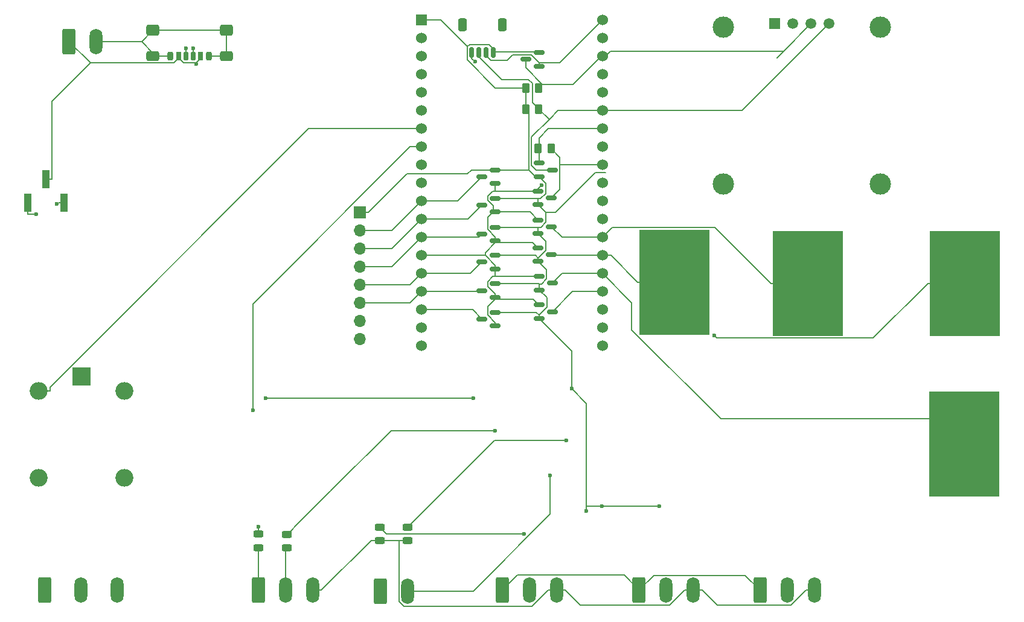
<source format=gbr>
%TF.GenerationSoftware,KiCad,Pcbnew,8.0.3*%
%TF.CreationDate,2024-07-13T16:10:19+00:00*%
%TF.ProjectId,jacuzzi,6a616375-7a7a-4692-9e6b-696361645f70,rev?*%
%TF.SameCoordinates,Original*%
%TF.FileFunction,Copper,L1,Top*%
%TF.FilePolarity,Positive*%
%FSLAX46Y46*%
G04 Gerber Fmt 4.6, Leading zero omitted, Abs format (unit mm)*
G04 Created by KiCad (PCBNEW 8.0.3) date 2024-07-13 16:10:19*
%MOMM*%
%LPD*%
G01*
G04 APERTURE LIST*
G04 Aperture macros list*
%AMRoundRect*
0 Rectangle with rounded corners*
0 $1 Rounding radius*
0 $2 $3 $4 $5 $6 $7 $8 $9 X,Y pos of 4 corners*
0 Add a 4 corners polygon primitive as box body*
4,1,4,$2,$3,$4,$5,$6,$7,$8,$9,$2,$3,0*
0 Add four circle primitives for the rounded corners*
1,1,$1+$1,$2,$3*
1,1,$1+$1,$4,$5*
1,1,$1+$1,$6,$7*
1,1,$1+$1,$8,$9*
0 Add four rect primitives between the rounded corners*
20,1,$1+$1,$2,$3,$4,$5,0*
20,1,$1+$1,$4,$5,$6,$7,0*
20,1,$1+$1,$6,$7,$8,$9,0*
20,1,$1+$1,$8,$9,$2,$3,0*%
G04 Aperture macros list end*
%TA.AperFunction,SMDPad,CuDef*%
%ADD10RoundRect,0.150000X0.587500X0.150000X-0.587500X0.150000X-0.587500X-0.150000X0.587500X-0.150000X0*%
%TD*%
%TA.AperFunction,ComponentPad*%
%ADD11R,2.500000X2.500000*%
%TD*%
%TA.AperFunction,ComponentPad*%
%ADD12O,2.500000X2.500000*%
%TD*%
%TA.AperFunction,SMDPad,CuDef*%
%ADD13RoundRect,0.150000X-0.587500X-0.150000X0.587500X-0.150000X0.587500X0.150000X-0.587500X0.150000X0*%
%TD*%
%TA.AperFunction,SMDPad,CuDef*%
%ADD14R,9.800000X14.700000*%
%TD*%
%TA.AperFunction,SMDPad,CuDef*%
%ADD15R,1.000000X2.510000*%
%TD*%
%TA.AperFunction,ComponentPad*%
%ADD16RoundRect,0.250000X-0.650000X-1.550000X0.650000X-1.550000X0.650000X1.550000X-0.650000X1.550000X0*%
%TD*%
%TA.AperFunction,ComponentPad*%
%ADD17O,1.800000X3.600000*%
%TD*%
%TA.AperFunction,SMDPad,CuDef*%
%ADD18RoundRect,0.150000X0.150000X0.625000X-0.150000X0.625000X-0.150000X-0.625000X0.150000X-0.625000X0*%
%TD*%
%TA.AperFunction,SMDPad,CuDef*%
%ADD19RoundRect,0.250000X0.350000X0.650000X-0.350000X0.650000X-0.350000X-0.650000X0.350000X-0.650000X0*%
%TD*%
%TA.AperFunction,ComponentPad*%
%ADD20R,1.530000X1.530000*%
%TD*%
%TA.AperFunction,ComponentPad*%
%ADD21C,1.530000*%
%TD*%
%TA.AperFunction,SMDPad,CuDef*%
%ADD22RoundRect,0.250000X-0.262500X-0.450000X0.262500X-0.450000X0.262500X0.450000X-0.262500X0.450000X0*%
%TD*%
%TA.AperFunction,SMDPad,CuDef*%
%ADD23RoundRect,0.243750X0.456250X-0.243750X0.456250X0.243750X-0.456250X0.243750X-0.456250X-0.243750X0*%
%TD*%
%TA.AperFunction,SMDPad,CuDef*%
%ADD24RoundRect,0.243750X-0.456250X0.243750X-0.456250X-0.243750X0.456250X-0.243750X0.456250X0.243750X0*%
%TD*%
%TA.AperFunction,ComponentPad*%
%ADD25R,1.508000X1.508000*%
%TD*%
%TA.AperFunction,ComponentPad*%
%ADD26C,1.508000*%
%TD*%
%TA.AperFunction,ComponentPad*%
%ADD27C,3.000000*%
%TD*%
%TA.AperFunction,ComponentPad*%
%ADD28R,1.700000X1.700000*%
%TD*%
%TA.AperFunction,ComponentPad*%
%ADD29O,1.700000X1.700000*%
%TD*%
%TA.AperFunction,SMDPad,CuDef*%
%ADD30RoundRect,0.250000X0.262500X0.450000X-0.262500X0.450000X-0.262500X-0.450000X0.262500X-0.450000X0*%
%TD*%
%TA.AperFunction,SMDPad,CuDef*%
%ADD31RoundRect,0.175000X0.175000X0.425000X-0.175000X0.425000X-0.175000X-0.425000X0.175000X-0.425000X0*%
%TD*%
%TA.AperFunction,SMDPad,CuDef*%
%ADD32RoundRect,0.190000X-0.190000X-0.410000X0.190000X-0.410000X0.190000X0.410000X-0.190000X0.410000X0*%
%TD*%
%TA.AperFunction,SMDPad,CuDef*%
%ADD33RoundRect,0.200000X-0.200000X-0.400000X0.200000X-0.400000X0.200000X0.400000X-0.200000X0.400000X0*%
%TD*%
%TA.AperFunction,SMDPad,CuDef*%
%ADD34RoundRect,0.175000X-0.175000X-0.425000X0.175000X-0.425000X0.175000X0.425000X-0.175000X0.425000X0*%
%TD*%
%TA.AperFunction,SMDPad,CuDef*%
%ADD35RoundRect,0.190000X0.190000X0.410000X-0.190000X0.410000X-0.190000X-0.410000X0.190000X-0.410000X0*%
%TD*%
%TA.AperFunction,SMDPad,CuDef*%
%ADD36RoundRect,0.200000X0.200000X0.400000X-0.200000X0.400000X-0.200000X-0.400000X0.200000X-0.400000X0*%
%TD*%
%TA.AperFunction,SMDPad,CuDef*%
%ADD37RoundRect,0.250000X0.650000X0.425000X-0.650000X0.425000X-0.650000X-0.425000X0.650000X-0.425000X0*%
%TD*%
%TA.AperFunction,SMDPad,CuDef*%
%ADD38RoundRect,0.250000X0.650000X0.500000X-0.650000X0.500000X-0.650000X-0.500000X0.650000X-0.500000X0*%
%TD*%
%TA.AperFunction,ViaPad*%
%ADD39C,0.600000*%
%TD*%
%TA.AperFunction,Conductor*%
%ADD40C,0.200000*%
%TD*%
G04 APERTURE END LIST*
D10*
%TO.P,D9,1,A*%
%TO.N,GND*%
X146937500Y-55950000D03*
%TO.P,D9,2,K*%
%TO.N,+3.3V*%
X146937500Y-54050000D03*
%TO.P,D9,3,COM*%
%TO.N,/GPIO_I2C_SCL*%
X145062500Y-55000000D03*
%TD*%
D11*
%TO.P,K1,1*%
%TO.N,/TubValve_V*%
X82810000Y-99500000D03*
D12*
%TO.P,K1,2*%
%TO.N,/GPIO_TubValve*%
X76810000Y-101500000D03*
%TO.P,K1,3*%
%TO.N,/TubValve_NO*%
X76810000Y-113700000D03*
%TO.P,K1,4*%
%TO.N,/TubValve_NC*%
X88810000Y-113700000D03*
%TO.P,K1,5*%
%TO.N,GND*%
X88810000Y-101500000D03*
%TD*%
D10*
%TO.P,D19,1,A*%
%TO.N,GND*%
X140810000Y-92400000D03*
%TO.P,D19,2,K*%
%TO.N,+3.3V*%
X140810000Y-90500000D03*
%TO.P,D19,3,COM*%
%TO.N,/GPIO10*%
X138935000Y-91450000D03*
%TD*%
D13*
%TO.P,D8,1,A*%
%TO.N,GND*%
X146935000Y-69550000D03*
%TO.P,D8,2,K*%
%TO.N,+3.3V*%
X146935000Y-71450000D03*
%TO.P,D8,3,COM*%
%TO.N,/GPIO_I2C_SDA*%
X148810000Y-70500000D03*
%TD*%
D14*
%TO.P,J14,1,Pin_1*%
%TO.N,/GPIO_ADC5*%
X184660000Y-86450000D03*
%TD*%
D15*
%TO.P,J11,1,Pin_1*%
%TO.N,Net-(J11-Pin_1)*%
X75270000Y-75155000D03*
%TO.P,J11,2,Pin_2*%
%TO.N,VS*%
X77810000Y-71845000D03*
%TO.P,J11,3,Pin_3*%
%TO.N,+5V*%
X80350000Y-75155000D03*
%TD*%
D16*
%TO.P,J3,1,Pin_1*%
%TO.N,/TubValve_NO*%
X77650000Y-129500000D03*
D17*
%TO.P,J3,2,Pin_2*%
%TO.N,/TubValve_V*%
X82730000Y-129500000D03*
%TO.P,J3,3,Pin_3*%
%TO.N,/TubValve_NC*%
X87810000Y-129500000D03*
%TD*%
D18*
%TO.P,J4,1,Pin_1*%
%TO.N,+3.3V*%
X140500000Y-54000000D03*
%TO.P,J4,2,Pin_2*%
%TO.N,GND*%
X139500000Y-54000000D03*
%TO.P,J4,3,Pin_3*%
%TO.N,/GPIO_I2C_SDA*%
X138500000Y-54000000D03*
%TO.P,J4,4,Pin_4*%
%TO.N,/GPIO_I2C_SCL*%
X137500000Y-54000000D03*
D19*
%TO.P,J4,MP*%
%TO.N,N/C*%
X141800000Y-50125000D03*
X136200000Y-50125000D03*
%TD*%
D13*
%TO.P,D22,1,A*%
%TO.N,GND*%
X146810000Y-77550000D03*
%TO.P,D22,2,K*%
%TO.N,+3.3V*%
X146810000Y-79450000D03*
%TO.P,D22,3,COM*%
%TO.N,/GPIO_ADC5*%
X148685000Y-78500000D03*
%TD*%
D20*
%TO.P,U3,1,3V3*%
%TO.N,+3.3V*%
X130410000Y-49500000D03*
D21*
%TO.P,U3,2,EN*%
%TO.N,unconnected-(U3-EN-Pad2)*%
X130410000Y-52040000D03*
%TO.P,U3,3,SENSOR_VP*%
%TO.N,unconnected-(U3-SENSOR_VP-Pad3)*%
X130410000Y-54580000D03*
%TO.P,U3,4,SENSOR_VN*%
%TO.N,unconnected-(U3-SENSOR_VN-Pad4)*%
X130410000Y-57120000D03*
%TO.P,U3,5,IO34*%
%TO.N,/GPIO_BallValveOpen_Feedback*%
X130410000Y-59660000D03*
%TO.P,U3,6,IO35*%
%TO.N,/GPIO_BallValveClose_Feedback*%
X130410000Y-62200000D03*
%TO.P,U3,7,IO32*%
%TO.N,/GPIO_TubValve*%
X130410000Y-64740000D03*
%TO.P,U3,8,IO33*%
%TO.N,/GPIO_BallValveOpen*%
X130410000Y-67280000D03*
%TO.P,U3,9,IO25*%
%TO.N,/GPIO_BallValveClose*%
X130410000Y-69820000D03*
%TO.P,U3,10,IO26*%
%TO.N,unconnected-(U3-IO26-Pad10)*%
X130410000Y-72360000D03*
%TO.P,U3,11,IO27*%
%TO.N,/GPIO_ADC1*%
X130410000Y-74900000D03*
%TO.P,U3,12,IO14*%
%TO.N,/GPIO_ADC2*%
X130410000Y-77440000D03*
%TO.P,U3,13,IO12*%
%TO.N,/GPIO_ADC3*%
X130410000Y-79980000D03*
%TO.P,U3,14,GND1*%
%TO.N,GND*%
X130410000Y-82520000D03*
%TO.P,U3,15,IO13*%
%TO.N,/GPIO_ADC4*%
X130410000Y-85060000D03*
%TO.P,U3,16,SD2*%
%TO.N,/GPIO9*%
X130410000Y-87600000D03*
%TO.P,U3,17,SD3*%
%TO.N,/GPIO10*%
X130410000Y-90140000D03*
%TO.P,U3,18,CMD*%
%TO.N,unconnected-(U3-CMD-Pad18)*%
X130410000Y-92680000D03*
%TO.P,U3,19,EXT_5V*%
%TO.N,unconnected-(U3-EXT_5V-Pad19)*%
X130410000Y-95220000D03*
%TO.P,U3,20,CLK*%
%TO.N,unconnected-(U3-CLK-Pad20)*%
X155810000Y-95220000D03*
%TO.P,U3,21,SD0*%
%TO.N,unconnected-(U3-SD0-Pad21)*%
X155810000Y-92680000D03*
%TO.P,U3,22,SD1*%
%TO.N,unconnected-(U3-SD1-Pad22)*%
X155810000Y-90140000D03*
%TO.P,U3,23,IO15*%
%TO.N,/GPIO_ADC8*%
X155810000Y-87600000D03*
%TO.P,U3,24,IO2*%
%TO.N,/GPIO_ADC7*%
X155810000Y-85060000D03*
%TO.P,U3,25,IO0*%
%TO.N,/GPIO_ADC6*%
X155810000Y-82520000D03*
%TO.P,U3,26,IO4*%
%TO.N,/GPIO_ADC5*%
X155810000Y-79980000D03*
%TO.P,U3,27,IO16*%
%TO.N,/GPIO_Dallas2*%
X155810000Y-77440000D03*
%TO.P,U3,28,IO17*%
%TO.N,/GPIO_Dallas1*%
X155810000Y-74900000D03*
%TO.P,U3,29,IO5*%
%TO.N,unconnected-(U3-IO5-Pad29)*%
X155810000Y-72360000D03*
%TO.P,U3,30,IO18*%
%TO.N,/GPIO_Servo*%
X155810000Y-69820000D03*
%TO.P,U3,31,IO19*%
%TO.N,unconnected-(U3-IO19-Pad31)*%
X155810000Y-67280000D03*
%TO.P,U3,32,GND2*%
%TO.N,GND*%
X155810000Y-64740000D03*
%TO.P,U3,33,IO21*%
%TO.N,/GPIO_I2C_SDA*%
X155810000Y-62200000D03*
%TO.P,U3,34,RXD0*%
%TO.N,unconnected-(U3-RXD0-Pad34)*%
X155810000Y-59660000D03*
%TO.P,U3,35,TXD0*%
%TO.N,unconnected-(U3-TXD0-Pad35)*%
X155810000Y-57120000D03*
%TO.P,U3,36,IO22*%
%TO.N,/GPIO_I2C_SCL*%
X155810000Y-54580000D03*
%TO.P,U3,37,IO23*%
%TO.N,unconnected-(U3-IO23-Pad37)*%
X155810000Y-52040000D03*
%TO.P,U3,38,GND3*%
%TO.N,GND*%
X155810000Y-49500000D03*
%TD*%
D22*
%TO.P,R9,1*%
%TO.N,+3.3V*%
X145087500Y-62000000D03*
%TO.P,R9,2*%
%TO.N,/GPIO_I2C_SDA*%
X146912500Y-62000000D03*
%TD*%
D10*
%TO.P,D18,1,A*%
%TO.N,GND*%
X140810000Y-88400000D03*
%TO.P,D18,2,K*%
%TO.N,+3.3V*%
X140810000Y-86500000D03*
%TO.P,D18,3,COM*%
%TO.N,/GPIO9*%
X138935000Y-87450000D03*
%TD*%
D14*
%TO.P,J15,1,Pin_1*%
%TO.N,/GPIO_ADC7*%
X206560000Y-108950000D03*
%TD*%
D23*
%TO.P,D13,1,K*%
%TO.N,GND*%
X128535000Y-122500000D03*
%TO.P,D13,2,A*%
%TO.N,Net-(D12-COM)*%
X128535000Y-120625000D03*
%TD*%
D22*
%TO.P,R10,1*%
%TO.N,+3.3V*%
X145087500Y-59000000D03*
%TO.P,R10,2*%
%TO.N,/GPIO_I2C_SCL*%
X146912500Y-59000000D03*
%TD*%
D23*
%TO.P,D11,1,K*%
%TO.N,GND*%
X124585000Y-122500000D03*
%TO.P,D11,2,A*%
%TO.N,Net-(D10-COM)*%
X124585000Y-120625000D03*
%TD*%
D16*
%TO.P,J1,1,Pin_1*%
%TO.N,/BallValveOpen*%
X107585000Y-129500000D03*
D17*
%TO.P,J1,2,Pin_2*%
%TO.N,/BallValveClose*%
X111395000Y-129500000D03*
%TO.P,J1,3,Pin_3*%
%TO.N,GND*%
X115205000Y-129500000D03*
%TD*%
D16*
%TO.P,J5,1,Pin_1*%
%TO.N,+5V*%
X160965000Y-129500000D03*
D17*
%TO.P,J5,2,Pin_2*%
%TO.N,/GPIO_Dallas1*%
X164775000Y-129500000D03*
%TO.P,J5,3,Pin_3*%
%TO.N,GND*%
X168585000Y-129500000D03*
%TD*%
D14*
%TO.P,J16,1,Pin_1*%
%TO.N,/GPIO_ADC8*%
X206660000Y-86450000D03*
%TD*%
D24*
%TO.P,D2,1,K*%
%TO.N,Net-(D2-K)*%
X107585000Y-121625000D03*
%TO.P,D2,2,A*%
%TO.N,/BallValveOpen*%
X107585000Y-123500000D03*
%TD*%
D16*
%TO.P,J7,1,Pin_1*%
%TO.N,/BallValveOpen_Feedback*%
X124725000Y-129625000D03*
D17*
%TO.P,J7,2,Pin_2*%
%TO.N,/BallValveClose_Feedback*%
X128535000Y-129625000D03*
%TD*%
D10*
%TO.P,D15,1,A*%
%TO.N,GND*%
X140810000Y-80450000D03*
%TO.P,D15,2,K*%
%TO.N,+3.3V*%
X140810000Y-78550000D03*
%TO.P,D15,3,COM*%
%TO.N,/GPIO_ADC3*%
X138935000Y-79500000D03*
%TD*%
%TO.P,D17,1,A*%
%TO.N,GND*%
X140810000Y-84400000D03*
%TO.P,D17,2,K*%
%TO.N,+3.3V*%
X140810000Y-82500000D03*
%TO.P,D17,3,COM*%
%TO.N,/GPIO_ADC4*%
X138935000Y-83450000D03*
%TD*%
D14*
%TO.P,J13,1,Pin_1*%
%TO.N,/GPIO_ADC6*%
X165960000Y-86280000D03*
%TD*%
D13*
%TO.P,D24,1,A*%
%TO.N,GND*%
X146810000Y-73500000D03*
%TO.P,D24,2,K*%
%TO.N,+3.3V*%
X146810000Y-75400000D03*
%TO.P,D24,3,COM*%
%TO.N,/GPIO_Servo*%
X148685000Y-74450000D03*
%TD*%
%TO.P,D25,1,A*%
%TO.N,GND*%
X146810000Y-81450000D03*
%TO.P,D25,2,K*%
%TO.N,+3.3V*%
X146810000Y-83350000D03*
%TO.P,D25,3,COM*%
%TO.N,/GPIO_ADC6*%
X148685000Y-82400000D03*
%TD*%
D25*
%TO.P,U4,1,GND*%
%TO.N,GND*%
X180000000Y-50000000D03*
D26*
%TO.P,U4,2,VCC_IN*%
%TO.N,+5V*%
X182540000Y-50000000D03*
%TO.P,U4,3,SCL*%
%TO.N,/GPIO_I2C_SCL*%
X185080000Y-50000000D03*
%TO.P,U4,4,SDA*%
%TO.N,/GPIO_I2C_SDA*%
X187620000Y-50000000D03*
D27*
%TO.P,U4,S1*%
%TO.N,N/C*%
X172810000Y-50500000D03*
%TO.P,U4,S2*%
X194810000Y-50500000D03*
%TO.P,U4,S3*%
X194810000Y-72500000D03*
%TO.P,U4,S4*%
X172810000Y-72500000D03*
%TD*%
D10*
%TO.P,D16,1,A*%
%TO.N,GND*%
X140810000Y-76400000D03*
%TO.P,D16,2,K*%
%TO.N,+3.3V*%
X140810000Y-74500000D03*
%TO.P,D16,3,COM*%
%TO.N,/GPIO_ADC2*%
X138935000Y-75450000D03*
%TD*%
D28*
%TO.P,J8,1,Pin_1*%
%TO.N,+3.3V*%
X121810000Y-76500000D03*
D29*
%TO.P,J8,2,Pin_2*%
%TO.N,/GPIO_ADC1*%
X121810000Y-79040000D03*
%TO.P,J8,3,Pin_3*%
%TO.N,/GPIO_ADC2*%
X121810000Y-81580000D03*
%TO.P,J8,4,Pin_4*%
%TO.N,/GPIO_ADC3*%
X121810000Y-84120000D03*
%TO.P,J8,5,Pin_5*%
%TO.N,/GPIO_ADC4*%
X121810000Y-86660000D03*
%TO.P,J8,6,Pin_6*%
%TO.N,/GPIO9*%
X121810000Y-89200000D03*
%TO.P,J8,7,Pin_7*%
%TO.N,/GPIO10*%
X121810000Y-91740000D03*
%TO.P,J8,8,Pin_8*%
%TO.N,GND*%
X121810000Y-94280000D03*
%TD*%
D16*
%TO.P,J6,1,Pin_1*%
%TO.N,+5V*%
X177965000Y-129500000D03*
D17*
%TO.P,J6,2,Pin_2*%
%TO.N,/GPIO_Dallas2*%
X181775000Y-129500000D03*
%TO.P,J6,3,Pin_3*%
%TO.N,GND*%
X185585000Y-129500000D03*
%TD*%
D30*
%TO.P,R27,1*%
%TO.N,/GPIO_Servo*%
X148635000Y-67500000D03*
%TO.P,R27,2*%
%TO.N,GND*%
X146810000Y-67500000D03*
%TD*%
D31*
%TO.P,J9,A5,CC1*%
%TO.N,Net-(J9-CC1)*%
X98435000Y-54555000D03*
D32*
%TO.P,J9,A9,VBUS*%
%TO.N,VS*%
X96415000Y-54555000D03*
D33*
%TO.P,J9,A12,GND*%
%TO.N,GND*%
X95185000Y-54555000D03*
D34*
%TO.P,J9,B5,CC2*%
%TO.N,Net-(J9-CC2)*%
X97435000Y-54555000D03*
D35*
%TO.P,J9,B9,VBUS*%
%TO.N,VS*%
X99455000Y-54555000D03*
D36*
%TO.P,J9,B12,GND*%
%TO.N,GND*%
X100685000Y-54555000D03*
D37*
%TO.P,J9,S1,SHIELD*%
X103060000Y-54500000D03*
D38*
X103060000Y-50920000D03*
D37*
X92810000Y-54500000D03*
D38*
X92810000Y-50920000D03*
%TD*%
D16*
%TO.P,J10,1,Pin_1*%
%TO.N,VS*%
X81000000Y-52500000D03*
D17*
%TO.P,J10,2,Pin_2*%
%TO.N,GND*%
X84810000Y-52500000D03*
%TD*%
D13*
%TO.P,D23,1,A*%
%TO.N,GND*%
X146935000Y-85450000D03*
%TO.P,D23,2,K*%
%TO.N,+3.3V*%
X146935000Y-87350000D03*
%TO.P,D23,3,COM*%
%TO.N,/GPIO_ADC7*%
X148810000Y-86400000D03*
%TD*%
D10*
%TO.P,D14,1,A*%
%TO.N,GND*%
X140810000Y-72400000D03*
%TO.P,D14,2,K*%
%TO.N,+3.3V*%
X140810000Y-70500000D03*
%TO.P,D14,3,COM*%
%TO.N,/GPIO_ADC1*%
X138935000Y-71450000D03*
%TD*%
D13*
%TO.P,D26,1,A*%
%TO.N,GND*%
X146935000Y-89450000D03*
%TO.P,D26,2,K*%
%TO.N,+3.3V*%
X146935000Y-91350000D03*
%TO.P,D26,3,COM*%
%TO.N,/GPIO_ADC8*%
X148810000Y-90400000D03*
%TD*%
D24*
%TO.P,D4,1,K*%
%TO.N,Net-(D4-K)*%
X111585000Y-121687500D03*
%TO.P,D4,2,A*%
%TO.N,/BallValveClose*%
X111585000Y-123562500D03*
%TD*%
D16*
%TO.P,J2,1,Pin_1*%
%TO.N,+5V*%
X141775000Y-129500000D03*
D17*
%TO.P,J2,2,Pin_2*%
%TO.N,/GPIO_Servo*%
X145585000Y-129500000D03*
%TO.P,J2,3,Pin_3*%
%TO.N,GND*%
X149395000Y-129500000D03*
%TD*%
D39*
%TO.N,VS*%
X98894500Y-55669500D03*
%TO.N,GND*%
X147282000Y-72692700D03*
%TO.N,Net-(J11-Pin_1)*%
X76451700Y-76711700D03*
%TO.N,+5V*%
X79329000Y-75290200D03*
X108576000Y-102532000D03*
X137732000Y-102532000D03*
%TO.N,Net-(D2-K)*%
X107585000Y-120621000D03*
%TO.N,Net-(D4-K)*%
X140793000Y-107077000D03*
%TO.N,+3.3V*%
X153586000Y-118364000D03*
X163813000Y-117670000D03*
X155739000Y-117673000D03*
X151500000Y-101223000D03*
%TO.N,/GPIO_I2C_SCL*%
X137945300Y-55292300D03*
%TO.N,Net-(D10-COM)*%
X144875000Y-121562000D03*
%TO.N,Net-(D12-COM)*%
X150808000Y-108466000D03*
%TO.N,/BallValveClose_Feedback*%
X148501000Y-113355000D03*
%TO.N,Net-(J9-CC2)*%
X97435000Y-53423700D03*
%TO.N,Net-(J9-CC1)*%
X98462500Y-53450000D03*
%TO.N,/GPIO_BallValveOpen*%
X106784000Y-104196000D03*
%TO.N,/GPIO_ADC8*%
X171541000Y-93765800D03*
%TD*%
D40*
%TO.N,VS*%
X98894500Y-55476200D02*
X98894500Y-55669500D01*
X95723000Y-55510900D02*
X84010900Y-55510900D01*
X96415000Y-54818900D02*
X95723000Y-55510900D01*
X84010900Y-55510900D02*
X81000000Y-52500000D01*
X78611700Y-71845000D02*
X78611700Y-60910100D01*
X99455000Y-54915700D02*
X98894500Y-55476200D01*
X99455000Y-54555000D02*
X99455000Y-54915700D01*
X77810000Y-71845000D02*
X78611700Y-71845000D01*
X98894500Y-55476200D02*
X97072300Y-55476200D01*
X96415000Y-54818900D02*
X96415000Y-54555000D01*
X97072300Y-55476200D02*
X96415000Y-54818900D01*
X78611700Y-60910100D02*
X84010900Y-55510900D01*
%TO.N,GND*%
X140810000Y-72400000D02*
X140810000Y-73500000D01*
X146810000Y-73164200D02*
X147282000Y-72692700D01*
X146050000Y-80689500D02*
X146810000Y-81450000D01*
X140810000Y-85450000D02*
X140466000Y-85450000D01*
X168585000Y-129500000D02*
X167383000Y-129500000D01*
X139725000Y-77156100D02*
X140481000Y-76400000D01*
X146137000Y-88652000D02*
X146935000Y-89450000D01*
X140810000Y-80689500D02*
X146050000Y-80689500D01*
X139500000Y-54276600D02*
X139500000Y-54000000D01*
X140481000Y-75558500D02*
X140481000Y-76400000D01*
X127312000Y-131095000D02*
X127995000Y-131777000D01*
X139382000Y-82519200D02*
X140810000Y-83946900D01*
X148193000Y-129500000D02*
X149395000Y-129500000D01*
X139500000Y-54276600D02*
X139500000Y-54414700D01*
X100740000Y-54500000D02*
X100685000Y-54555000D01*
X140810000Y-83946900D02*
X140810000Y-84400000D01*
X146810000Y-73500000D02*
X140810000Y-73500000D01*
X115205000Y-129500000D02*
X116407000Y-129500000D01*
X140810000Y-91937500D02*
X139760000Y-90888000D01*
X167383000Y-129500000D02*
X165260000Y-131623000D01*
X124585000Y-122500000D02*
X127312000Y-122500000D01*
X171910000Y-131623000D02*
X169787000Y-129500000D01*
X140481000Y-76400000D02*
X140810000Y-76400000D01*
X103060000Y-54500000D02*
X100740000Y-54500000D01*
X148260000Y-64740000D02*
X146935000Y-66065000D01*
X140810000Y-88400000D02*
X140810000Y-88652000D01*
X127995000Y-131777000D02*
X145916000Y-131777000D01*
X145660000Y-76400000D02*
X146810000Y-77550000D01*
X139725000Y-78852400D02*
X139725000Y-77156100D01*
X91230000Y-52500000D02*
X92810000Y-50920000D01*
X146935000Y-67500000D02*
X146810000Y-67500000D01*
X139752000Y-86163900D02*
X139752000Y-86854700D01*
X146935000Y-67500000D02*
X146935000Y-69550000D01*
X140810000Y-79937400D02*
X139725000Y-78852400D01*
X140404000Y-73500000D02*
X139725000Y-74178500D01*
X145837900Y-54387900D02*
X146937500Y-55487500D01*
X155810000Y-49500000D02*
X149822500Y-55487500D01*
X123407000Y-122500000D02*
X124585000Y-122500000D01*
X84810000Y-52500000D02*
X91230000Y-52500000D01*
X146810000Y-73500000D02*
X146810000Y-73164200D01*
X91230000Y-52500000D02*
X92810000Y-54080000D01*
X95130000Y-54500000D02*
X95185000Y-54555000D01*
X140810000Y-80450000D02*
X140810000Y-79937400D01*
X139760000Y-90888000D02*
X139760000Y-89701500D01*
X139760000Y-89701500D02*
X140810000Y-88652000D01*
X116407000Y-129500000D02*
X123407000Y-122500000D01*
X140810000Y-87912500D02*
X140810000Y-88400000D01*
X92810000Y-54080000D02*
X92810000Y-54500000D01*
X139382000Y-82519200D02*
X139382000Y-82117200D01*
X139500000Y-54423800D02*
X139500000Y-54276600D01*
X142489500Y-55113500D02*
X143215100Y-54387900D01*
X182260000Y-131623000D02*
X171910000Y-131623000D01*
X140810000Y-85450000D02*
X140810000Y-84400000D01*
X140466000Y-85450000D02*
X139752000Y-86163900D01*
X149822500Y-55487500D02*
X146937500Y-55487500D01*
X185585000Y-129500000D02*
X184383000Y-129500000D01*
X140810000Y-73500000D02*
X140404000Y-73500000D01*
X139725000Y-74802400D02*
X140481000Y-75558500D01*
X139382000Y-82520000D02*
X139382000Y-82519200D01*
X146937500Y-55487500D02*
X146937500Y-55950000D01*
X184383000Y-129500000D02*
X182260000Y-131623000D01*
X155810000Y-64740000D02*
X148260000Y-64740000D01*
X165260000Y-131623000D02*
X152720000Y-131623000D01*
X127312000Y-122500000D02*
X127312000Y-131095000D01*
X139752000Y-86854700D02*
X140810000Y-87912500D01*
X143215100Y-54387900D02*
X145837900Y-54387900D01*
X140810000Y-76400000D02*
X145660000Y-76400000D01*
X139725000Y-74178500D02*
X139725000Y-74802400D01*
X146935000Y-66065000D02*
X146935000Y-67500000D01*
X152720000Y-131623000D02*
X150597000Y-129500000D01*
X130410000Y-82520000D02*
X139382000Y-82520000D01*
X139500000Y-54414700D02*
X140198800Y-55113500D01*
X146935000Y-85450000D02*
X140810000Y-85450000D01*
X92810000Y-50920000D02*
X103060000Y-50920000D01*
X103060000Y-50920000D02*
X103060000Y-54500000D01*
X140810000Y-88652000D02*
X146137000Y-88652000D01*
X145916000Y-131777000D02*
X148193000Y-129500000D01*
X140810000Y-80689500D02*
X140810000Y-80450000D01*
X140810000Y-92400000D02*
X140810000Y-91937500D01*
X139382000Y-82117200D02*
X140810000Y-80689500D01*
X127312000Y-122500000D02*
X128535000Y-122500000D01*
X92810000Y-54500000D02*
X95130000Y-54500000D01*
X150597000Y-129500000D02*
X149395000Y-129500000D01*
X140198800Y-55113500D02*
X142489500Y-55113500D01*
X169787000Y-129500000D02*
X168585000Y-129500000D01*
%TO.N,Net-(J11-Pin_1)*%
X75270000Y-76711700D02*
X76451700Y-76711700D01*
X75270000Y-75155000D02*
X75270000Y-76711700D01*
%TO.N,+5V*%
X175863000Y-127398000D02*
X163067000Y-127398000D01*
X79413100Y-75290200D02*
X79548300Y-75155000D01*
X143884000Y-127390000D02*
X158856000Y-127390000D01*
X79329000Y-75290200D02*
X79413100Y-75290200D01*
X141775000Y-129500000D02*
X143884000Y-127390000D01*
X158856000Y-127390000D02*
X160965000Y-129500000D01*
X79548300Y-75155000D02*
X80350000Y-75155000D01*
X177965000Y-129500000D02*
X175863000Y-127398000D01*
X108576000Y-102532000D02*
X137732000Y-102532000D01*
X163067000Y-127398000D02*
X160965000Y-129500000D01*
%TO.N,/BallValveOpen*%
X107585000Y-123500000D02*
X107585000Y-129500000D01*
%TO.N,Net-(D2-K)*%
X107585000Y-120621000D02*
X107585000Y-121625000D01*
%TO.N,/BallValveClose*%
X111443000Y-123704000D02*
X111490000Y-123657000D01*
X111395000Y-129500000D02*
X111395000Y-123752000D01*
X111549500Y-123598000D02*
X111585000Y-123562500D01*
X111490000Y-123657000D02*
X111514000Y-123634000D01*
X111549500Y-123598000D02*
X111585000Y-123562000D01*
X111442000Y-123704000D02*
X111443000Y-123704000D01*
X111514000Y-123634000D02*
X111538000Y-123610000D01*
X111514000Y-123634000D02*
X111549500Y-123598000D01*
X111395000Y-123752000D02*
X111442000Y-123704000D01*
X111442000Y-123704000D02*
X111490000Y-123657000D01*
%TO.N,Net-(D4-K)*%
X111776000Y-121498000D02*
X111680000Y-121593000D01*
X113110000Y-120163000D02*
X111966000Y-121307000D01*
X111596500Y-121676000D02*
X111585000Y-121687500D01*
X117685000Y-115588000D02*
X117684000Y-115588000D01*
X114634000Y-118638000D02*
X113110000Y-120163000D01*
X111585000Y-121688000D02*
X111609000Y-121664000D01*
X114634000Y-118638000D02*
X113110000Y-120163000D01*
X117684000Y-115588000D02*
X114634000Y-118638000D01*
X111609000Y-121664000D02*
X111608000Y-121664000D01*
X126196000Y-107077000D02*
X117685000Y-115588000D01*
X111966000Y-121307000D02*
X111776000Y-121498000D01*
X111608000Y-121664000D02*
X111596500Y-121676000D01*
X140793000Y-107077000D02*
X126196000Y-107077000D01*
X111596500Y-121676000D02*
X111585000Y-121688000D01*
X111680000Y-121593000D02*
X111609000Y-121664000D01*
X113110000Y-120163000D02*
X117685000Y-115588000D01*
%TO.N,/GPIO_TubValve*%
X78361700Y-101500000D02*
X78361700Y-101018000D01*
X78361700Y-101018000D02*
X114640000Y-64740000D01*
X114640000Y-64740000D02*
X130410000Y-64740000D01*
X76810000Y-101500000D02*
X78361700Y-101500000D01*
%TO.N,+3.3V*%
X146810000Y-79450000D02*
X147901000Y-80540800D01*
X140810000Y-74500000D02*
X146779000Y-74500000D01*
X140802200Y-59000000D02*
X145087500Y-59000000D01*
X136886600Y-53198600D02*
X136886600Y-55084400D01*
X121810000Y-76500000D02*
X122962000Y-76500000D01*
X146810000Y-78550000D02*
X147198000Y-78550000D01*
X147167000Y-74530900D02*
X147887000Y-73810500D01*
X155739000Y-117673000D02*
X153586000Y-117673000D01*
X147895000Y-76485000D02*
X146810000Y-75400000D01*
X148026000Y-89796600D02*
X146935000Y-90887400D01*
X149228000Y-76485000D02*
X147895000Y-76485000D01*
X146422000Y-82500000D02*
X146810000Y-82887500D01*
X145493000Y-70500000D02*
X146443000Y-71450000D01*
X153586000Y-103308000D02*
X153586000Y-117673000D01*
X156266000Y-70886700D02*
X154826000Y-70886700D01*
X136886600Y-53198600D02*
X133188000Y-49500000D01*
X146816100Y-53928600D02*
X146937500Y-54050000D01*
X163813000Y-117670000D02*
X155742000Y-117670000D01*
X146548000Y-90500000D02*
X146935000Y-90887400D01*
X147198000Y-78550000D02*
X147895000Y-77852500D01*
X146935000Y-86505900D02*
X146935000Y-87350000D01*
X140500000Y-53494900D02*
X140500000Y-54000000D01*
X146929000Y-86500000D02*
X146935000Y-86505900D01*
X137452000Y-70500000D02*
X140810000Y-70500000D01*
X151500000Y-101223000D02*
X153586000Y-103308000D01*
X137192100Y-52893100D02*
X139898200Y-52893100D01*
X147887000Y-72402000D02*
X146935000Y-71450000D01*
X140571400Y-53928600D02*
X146816100Y-53928600D01*
X136886600Y-55084400D02*
X140802200Y-59000000D01*
X136886600Y-53198600D02*
X137192100Y-52893100D01*
X140500000Y-54000000D02*
X140571400Y-53928600D01*
X146810000Y-82887500D02*
X146810000Y-83350000D01*
X139898200Y-52893100D02*
X140500000Y-53494900D01*
X146443000Y-71450000D02*
X146935000Y-71450000D01*
X146779000Y-74500000D02*
X146810000Y-74530900D01*
X128412000Y-71049400D02*
X136902000Y-71049400D01*
X146935000Y-90887400D02*
X146935000Y-91350000D01*
X151500000Y-95915500D02*
X151500000Y-101223000D01*
X147887000Y-73810500D02*
X147887000Y-72402000D01*
X146810000Y-74530900D02*
X146810000Y-75400000D01*
X146935000Y-91350000D02*
X151500000Y-95915500D01*
X140810000Y-90500000D02*
X146548000Y-90500000D01*
X146935000Y-86505900D02*
X147267000Y-86505900D01*
X145087500Y-59000000D02*
X145087500Y-62000000D01*
X147895000Y-77852500D02*
X147895000Y-76485000D01*
X147267000Y-86505900D02*
X147982000Y-85791000D01*
X145493000Y-70500000D02*
X140810000Y-70500000D01*
X146810000Y-74530900D02*
X147167000Y-74530900D01*
X148026000Y-88440800D02*
X148026000Y-89796600D01*
X147901000Y-81796700D02*
X146810000Y-82887500D01*
X140810000Y-82500000D02*
X146422000Y-82500000D01*
X146935000Y-87350000D02*
X148026000Y-88440800D01*
X147982000Y-85791000D02*
X147982000Y-84521500D01*
X133188000Y-49500000D02*
X131477000Y-49500000D01*
X140810000Y-78550000D02*
X146810000Y-78550000D01*
X145087500Y-62000000D02*
X145493000Y-62405500D01*
X130410000Y-49500000D02*
X131477000Y-49500000D01*
X140810000Y-86500000D02*
X146929000Y-86500000D01*
X145493000Y-64810900D02*
X145493000Y-70500000D01*
X136902000Y-71049400D02*
X137452000Y-70500000D01*
X146810000Y-78550000D02*
X146810000Y-79450000D01*
X153586000Y-117673000D02*
X153586000Y-118364000D01*
X122962000Y-76500000D02*
X128412000Y-71049400D01*
X145493000Y-62405500D02*
X145493000Y-64810900D01*
X154826000Y-70886700D02*
X149228000Y-76485000D01*
X155742000Y-117670000D02*
X155739000Y-117673000D01*
X147982000Y-84521500D02*
X146810000Y-83350000D01*
X147901000Y-80540800D02*
X147901000Y-81796700D01*
%TO.N,/GPIO_I2C_SDA*%
X149612000Y-62200000D02*
X155810000Y-62200000D01*
X148442200Y-63370000D02*
X149612000Y-62200000D01*
X155810000Y-62200000D02*
X175420000Y-62200000D01*
X145898000Y-65914500D02*
X148442200Y-63370000D01*
X148282500Y-63370000D02*
X146912500Y-62000000D01*
X145898000Y-69891500D02*
X145898000Y-65914500D01*
X146000000Y-61087500D02*
X146912500Y-62000000D01*
X148442200Y-63370000D02*
X148282500Y-63370000D01*
X138500000Y-54594500D02*
X141745200Y-57839700D01*
X141745200Y-57839700D02*
X145474800Y-57839700D01*
X175420000Y-62200000D02*
X187620000Y-50000000D01*
X146000000Y-58364900D02*
X146000000Y-61087500D01*
X148810000Y-70500000D02*
X146506000Y-70500000D01*
X138500000Y-54594500D02*
X138500000Y-54000000D01*
X146506000Y-70500000D02*
X145898000Y-69891500D01*
X145474800Y-57839700D02*
X146000000Y-58364900D01*
%TO.N,/GPIO_I2C_SCL*%
X155230000Y-55000000D02*
X155730000Y-54500000D01*
X181228000Y-53852500D02*
X156978000Y-53852500D01*
X151727100Y-58502900D02*
X147409600Y-58502900D01*
X185080000Y-50000000D02*
X181228000Y-53852500D01*
X147409600Y-58502900D02*
X145062500Y-56155800D01*
X156978000Y-53852500D02*
X156030000Y-54800000D01*
X155730000Y-54500000D02*
X155810000Y-54580000D01*
X145062500Y-56155800D02*
X145062500Y-55000000D01*
X137500000Y-54000000D02*
X137500000Y-54445300D01*
X181228000Y-53852500D02*
X180280000Y-54800000D01*
X137945300Y-55292300D02*
X137500000Y-54847000D01*
X156030000Y-54800000D02*
X155810000Y-54580000D01*
X146912500Y-59000000D02*
X147409600Y-58502900D01*
X155230000Y-55000000D02*
X151727100Y-58502900D01*
X137500000Y-54847000D02*
X137500000Y-54445300D01*
%TO.N,Net-(D10-COM)*%
X125522000Y-121562000D02*
X124585000Y-120625000D01*
X144875000Y-121562000D02*
X125522000Y-121562000D01*
%TO.N,Net-(D12-COM)*%
X150808000Y-108466000D02*
X140694000Y-108466000D01*
X140694000Y-108466000D02*
X128535000Y-120625000D01*
%TO.N,/GPIO_ADC1*%
X135485000Y-74900000D02*
X138935000Y-71450000D01*
X130410000Y-74900000D02*
X135485000Y-74900000D01*
X126270000Y-79040000D02*
X121810000Y-79040000D01*
X130410000Y-74900000D02*
X126270000Y-79040000D01*
%TO.N,/GPIO_ADC3*%
X126270000Y-84120000D02*
X130410000Y-79980000D01*
X121810000Y-84120000D02*
X126270000Y-84120000D01*
X130410000Y-79980000D02*
X138455000Y-79980000D01*
X138455000Y-79980000D02*
X138935000Y-79500000D01*
%TO.N,/GPIO_ADC2*%
X130410000Y-77440000D02*
X136945000Y-77440000D01*
X136945000Y-77440000D02*
X138935000Y-75450000D01*
X121810000Y-81580000D02*
X126270000Y-81580000D01*
X126270000Y-81580000D02*
X130410000Y-77440000D01*
%TO.N,/GPIO_ADC4*%
X128810000Y-86660000D02*
X130410000Y-85060000D01*
X137325000Y-85060000D02*
X138935000Y-83450000D01*
X130410000Y-85060000D02*
X137325000Y-85060000D01*
X121810000Y-86660000D02*
X128810000Y-86660000D01*
%TO.N,/GPIO9*%
X130410000Y-87600000D02*
X138785000Y-87600000D01*
X128810000Y-89200000D02*
X130410000Y-87600000D01*
X121810000Y-89200000D02*
X128810000Y-89200000D01*
X138785000Y-87600000D02*
X138935000Y-87450000D01*
%TO.N,/GPIO10*%
X137625000Y-90140000D02*
X138935000Y-91450000D01*
X130410000Y-90140000D02*
X137625000Y-90140000D01*
%TO.N,/GPIO_Servo*%
X149857000Y-68721700D02*
X149857000Y-69820000D01*
X149857000Y-69820000D02*
X149857000Y-73278300D01*
X148635000Y-67500000D02*
X149857000Y-68721700D01*
X149857000Y-73278300D02*
X148685000Y-74450000D01*
X149857000Y-69820000D02*
X155810000Y-69820000D01*
%TO.N,/BallValveClose_Feedback*%
X128535000Y-129625000D02*
X137692000Y-129625000D01*
X137692000Y-129625000D02*
X148501000Y-118816000D01*
X148501000Y-118816000D02*
X148501000Y-113355000D01*
%TO.N,Net-(J9-CC2)*%
X97435000Y-53423700D02*
X97435000Y-54555000D01*
%TO.N,Net-(J9-CC1)*%
X98462500Y-53450000D02*
X98435000Y-53477500D01*
X98435000Y-53477500D02*
X98435000Y-54555000D01*
%TO.N,/GPIO_BallValveOpen*%
X106784000Y-89304300D02*
X128809000Y-67280000D01*
X106784000Y-104196000D02*
X106784000Y-89304300D01*
X128809000Y-67280000D02*
X130410000Y-67280000D01*
%TO.N,/GPIO_ADC5*%
X148685000Y-78500000D02*
X150165000Y-79980000D01*
X155810000Y-79980000D02*
X157169000Y-78620700D01*
X150165000Y-79980000D02*
X155810000Y-79980000D01*
X157169000Y-78620700D02*
X171629000Y-78620700D01*
X179458000Y-86450000D02*
X184660000Y-86450000D01*
X171629000Y-78620700D02*
X179458000Y-86450000D01*
%TO.N,/GPIO_ADC7*%
X150150000Y-85060000D02*
X148810000Y-86400000D01*
X203060000Y-105450000D02*
X206560000Y-108950000D01*
X155810000Y-85060000D02*
X150150000Y-85060000D01*
X203060000Y-105450000D02*
X172426000Y-105450000D01*
X159946000Y-89196100D02*
X155810000Y-85060000D01*
X159946000Y-92969900D02*
X159946000Y-89196100D01*
X172426000Y-105450000D02*
X159946000Y-92969900D01*
X206560000Y-105450000D02*
X203060000Y-105450000D01*
%TO.N,/GPIO_ADC6*%
X148805000Y-82520000D02*
X155810000Y-82520000D01*
X165960000Y-86280000D02*
X160758000Y-86280000D01*
X160758000Y-86280000D02*
X156998000Y-82520000D01*
X148685000Y-82400000D02*
X148805000Y-82520000D01*
X156998000Y-82520000D02*
X155810000Y-82520000D01*
%TO.N,/GPIO_ADC8*%
X193807000Y-94101700D02*
X171876000Y-94101700D01*
X201458000Y-86450000D02*
X193807000Y-94101700D01*
X206660000Y-86450000D02*
X201458000Y-86450000D01*
X171876000Y-94101700D02*
X171541000Y-93765800D01*
X151610000Y-87600000D02*
X148810000Y-90400000D01*
X155810000Y-87600000D02*
X151610000Y-87600000D01*
%TD*%
M02*

</source>
